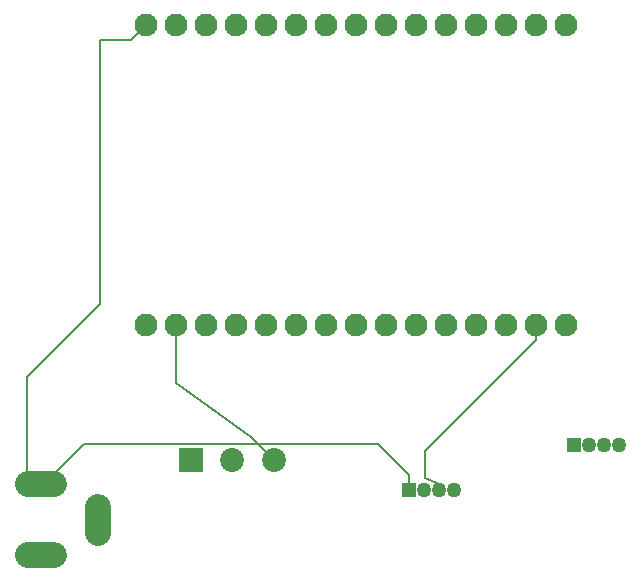
<source format=gbr>
G04 EAGLE Gerber RS-274X export*
G75*
%MOMM*%
%FSLAX34Y34*%
%LPD*%
%INBottom Copper*%
%IPPOS*%
%AMOC8*
5,1,8,0,0,1.08239X$1,22.5*%
G01*
%ADD10C,1.930400*%
%ADD11C,2.184400*%
%ADD12R,2.025000X2.025000*%
%ADD13C,2.025000*%
%ADD14R,1.268000X1.268000*%
%ADD15C,1.268000*%
%ADD16C,0.152400*%


D10*
X165100Y241300D03*
X190500Y241300D03*
X215900Y241300D03*
X241300Y241300D03*
X266700Y241300D03*
X292100Y241300D03*
X317500Y241300D03*
X342900Y241300D03*
X368300Y241300D03*
X393700Y241300D03*
X419100Y241300D03*
X444500Y241300D03*
X469900Y241300D03*
X495300Y241300D03*
X520700Y241300D03*
X165100Y495300D03*
X190500Y495300D03*
X215900Y495300D03*
X241300Y495300D03*
X266700Y495300D03*
X292100Y495300D03*
X317500Y495300D03*
X342900Y495300D03*
X368300Y495300D03*
X393700Y495300D03*
X419100Y495300D03*
X444500Y495300D03*
X469900Y495300D03*
X495300Y495300D03*
X520700Y495300D03*
D11*
X124200Y87122D02*
X124200Y65278D01*
X87122Y46200D02*
X65278Y46200D01*
X65278Y106200D02*
X87122Y106200D01*
D12*
X203200Y127000D03*
D13*
X238200Y127000D03*
X273200Y127000D03*
D14*
X387350Y101600D03*
D15*
X400050Y101600D03*
X412750Y101600D03*
X425450Y101600D03*
D14*
X527050Y139700D03*
D15*
X539750Y139700D03*
X552450Y139700D03*
X565150Y139700D03*
D16*
X126492Y259080D02*
X126492Y482600D01*
X126492Y259080D02*
X64516Y197104D01*
X64516Y111720D01*
X152400Y482600D02*
X165100Y495300D01*
X152400Y482600D02*
X126492Y482600D01*
X64516Y111720D02*
X76200Y106200D01*
X387350Y101600D02*
X387350Y114300D01*
X361442Y140208D01*
X112268Y140208D01*
X78260Y106200D01*
X76200Y106200D01*
X401320Y111252D02*
X401320Y134112D01*
X495300Y228092D02*
X495300Y241300D01*
X495300Y228092D02*
X401320Y134112D01*
X412750Y106680D02*
X412750Y101600D01*
X412750Y106680D02*
X401320Y111252D01*
X190500Y191645D02*
X190500Y241300D01*
X190500Y191645D02*
X253961Y146239D01*
X273200Y127000D01*
M02*

</source>
